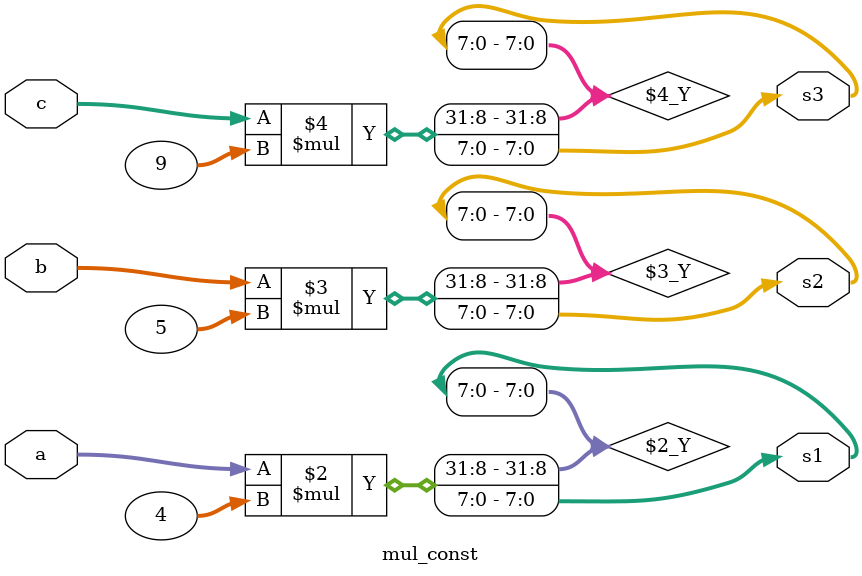
<source format=v>
module mul_const
#(  parameter       BW = 8)
(
    input [BW-1:0] a,
    input [BW-1:0] b,
    input [BW-1:0] c,
    output reg [BW-1:0] s1,
    output reg [BW-1:0] s2,
    output reg [BW-1:0] s3
);

always @ (a or b or c) begin
    s1 = a * 4;
    s2 = b * 5;
    s3 = c * 9;
end
endmodule
</source>
